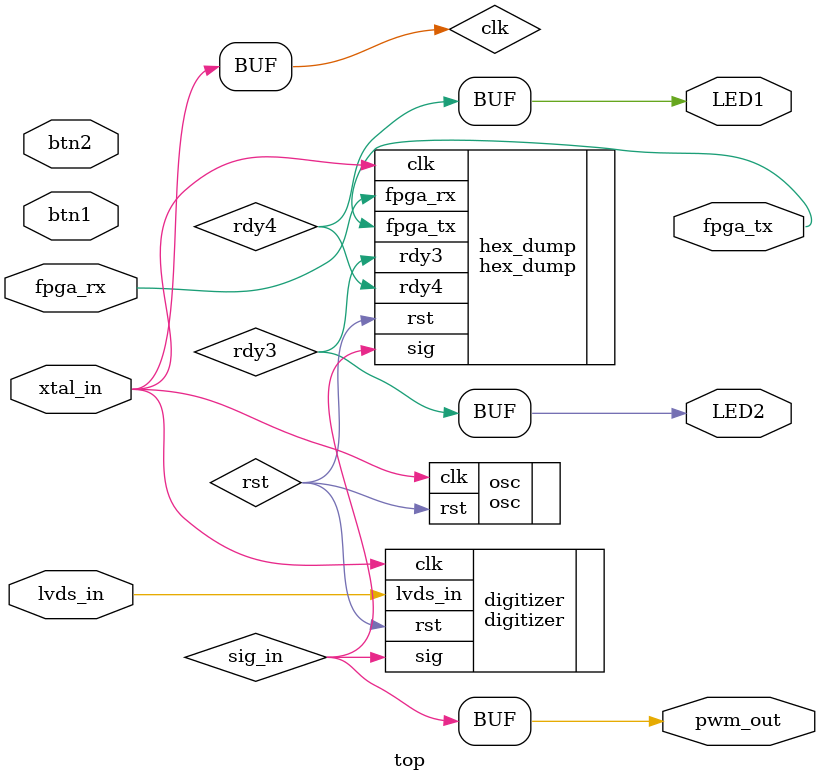
<source format=v>
module top(
    output LED1, LED2, fpga_tx, pwm_out,
    input btn1, btn2, lvds_in, fpga_rx, xtal_in
);

    wire clk = xtal_in;
    wire rst;
    osc osc(.clk(clk), .rst(rst));

    wire sig_in;
	digitizer digitizer(.clk(clk), .rst(rst), .lvds_in(lvds_in), .sig(sig_in));

    wire rdy3, rdy4;
    hex_dump hex_dump(.clk(clk), .rst(rst), .fpga_tx(fpga_tx), .sig(sig_in), .fpga_rx(fpga_rx), .rdy3(rdy3), .rdy4(rdy4));

    reg [32:0] ctr;
    always@(posedge clk)
    begin
      ctr <= ctr + 1;
    end

    assign LED2 = rdy3;
    assign LED1 = rdy4;

    assign pwm_out = sig_in;

endmodule

</source>
